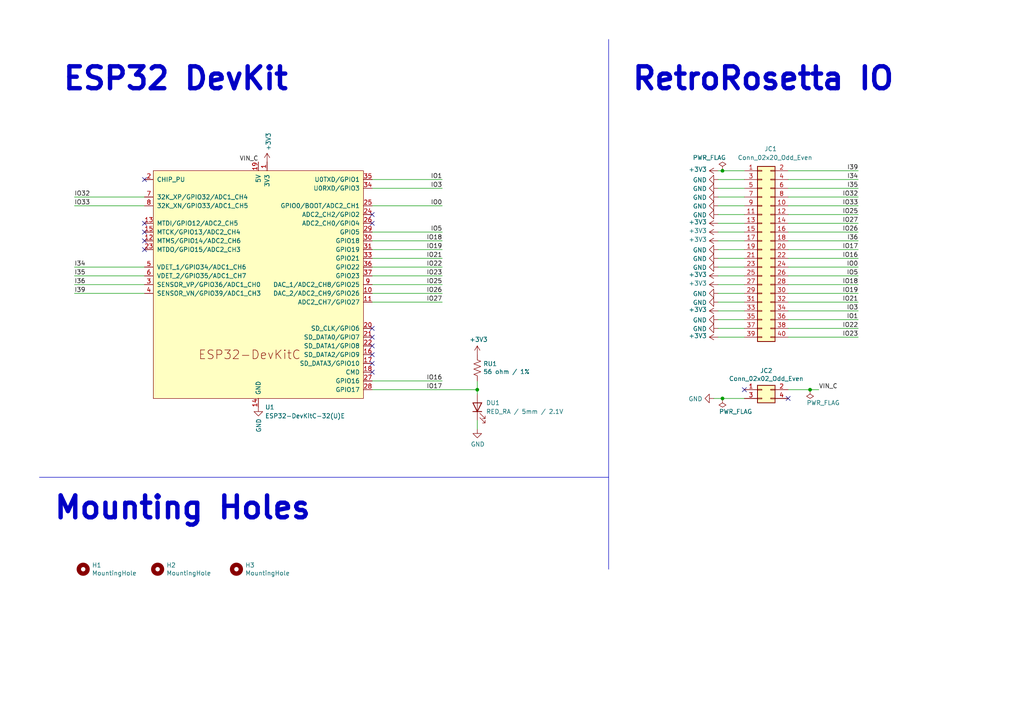
<source format=kicad_sch>
(kicad_sch (version 20230121) (generator eeschema)
  (paper "A4")
  (title_block (title "GT RetroRosetta") (date "2023-3-15") (rev "v2.0") (company "GrechTech") (comment 1 "For BlueRetro ESP32 Universal FW ©2020 Jacques Gagnon"))
  (lib_symbols
    (symbol "BlueRetro:+3V3" (power) (pin_names (offset 0))
      (property "Value" "+3V3" (at 0 3.556 0))
      (symbol "+3V3_0_1"
        (polyline (pts (xy -0.762 1.27) (xy 0 2.54)))
        (polyline (pts (xy 0 0) (xy 0 2.54)))
        (polyline (pts (xy 0 2.54) (xy 0.762 1.27)))
      )
      (symbol "+3V3_1_1"
        (pin power_in line (at 0 0 90) (length 0) hide (name "+3V3") (number "1"))
      )
    )
    (symbol "BlueRetro:GND" (power) (pin_names (offset 0))
      (property "Value" "GND" (at 0 -3.81 0))
      (symbol "GND_0_1"
        (polyline (pts (xy 0 0) (xy 0 -1.27) (xy 1.27 -1.27) (xy 0 -2.54) (xy -1.27 -1.27) (xy 0 -1.27)))
      )
      (symbol "GND_1_1"
        (pin power_in line (at 0 0 270) (length 0) hide (name "GND") (number "1"))
      )
    )
    (symbol "BlueRetro:LED" (pin_numbers hide) (pin_names (offset 1.016) hide)
      (property "Reference" "D" (at 0 2.54 0))
      (property "Value" "LED" (at 0 -2.54 0))
      (symbol "LED_0_1"
        (polyline (pts (xy -1.27 -1.27) (xy -1.27 1.27)) (stroke (width 0.254)))
        (polyline (pts (xy -1.27 0) (xy 1.27 0)))
        (polyline (pts (xy 1.27 -1.27) (xy 1.27 1.27) (xy -1.27 0) (xy 1.27 -1.27)) (stroke (width 0.254)))
        (polyline (pts (xy -3.048 -0.762) (xy -4.572 -2.286) (xy -3.81 -2.286) (xy -4.572 -2.286) (xy -4.572 -1.524)))
        (polyline (pts (xy -1.778 -0.762) (xy -3.302 -2.286) (xy -2.54 -2.286) (xy -3.302 -2.286) (xy -3.302 -1.524)))
      )
      (symbol "LED_1_1"
        (pin passive line (at -3.81 0 0) (length 2.54) (name "K") (number "1"))
        (pin passive line (at 3.81 0 180) (length 2.54) (name "A") (number "2"))
      )
    )
    (symbol "BlueRetro:MountingHole" (pin_names (offset 1.016))
      (property "Reference" "H" (at 0 5.08 0))
      (property "Value" "MountingHole" (at 0 3.175 0))
      (symbol "MountingHole_0_1"
        (circle (center 0 0) (radius 1.27) (stroke (width 1.27)))
      )
    )
    (symbol "BlueRetro:R_US" (pin_numbers hide) (pin_names (offset 0))
      (property "Reference" "R" (at 2.54 0 90))
      (property "Value" "R_US" (at -2.54 0 90))
      (symbol "R_US_0_1"
        (polyline (pts (xy 0 -2.286) (xy 0 -2.54)))
        (polyline (pts (xy 0 2.286) (xy 0 2.54)))
        (polyline (pts (xy 0 -0.762) (xy 1.016 -1.143) (xy 0 -1.524) (xy -1.016 -1.905) (xy 0 -2.286)))
        (polyline (pts (xy 0 0.762) (xy 1.016 0.381) (xy 0 0) (xy -1.016 -0.381) (xy 0 -0.762)))
        (polyline (pts (xy 0 2.286) (xy 1.016 1.905) (xy 0 1.524) (xy -1.016 1.143) (xy 0 0.762)))
      )
      (symbol "R_US_1_1"
        (pin passive line (at 0 3.81 270) (length 1.27) (name "~") (number "1"))
        (pin passive line (at 0 -3.81 90) (length 1.27) (name "~") (number "2"))
      )
    )
    (symbol "Connector_Generic:Conn_02x02_Odd_Even" (pin_names (offset 1.016) hide)
      (property "Reference" "J" (at 1.27 2.54 0))
      (property "Value" "Conn_02x02_Odd_Even" (at 1.27 -5.08 0))
      (symbol "Conn_02x02_Odd_Even_1_1"
        (rectangle (start -1.27 -2.413) (end 0 -2.667) (stroke (width 0.1524)))
        (rectangle (start -1.27 0.127) (end 0 -0.127) (stroke (width 0.1524)))
        (rectangle (start -1.27 1.27) (end 3.81 -3.81) (stroke (width 0.254)) (fill (type background)))
        (rectangle (start 3.81 -2.413) (end 2.54 -2.667) (stroke (width 0.1524)))
        (rectangle (start 3.81 0.127) (end 2.54 -0.127) (stroke (width 0.1524)))
        (pin passive line (at -5.08 0 0) (length 3.81) (name "Pin_1") (number "1"))
        (pin passive line (at 7.62 0 180) (length 3.81) (name "Pin_2") (number "2"))
        (pin passive line (at -5.08 -2.54 0) (length 3.81) (name "Pin_3") (number "3"))
        (pin passive line (at 7.62 -2.54 180) (length 3.81) (name "Pin_4") (number "4"))
      )
    )
    (symbol "Connector_Generic:Conn_02x20_Odd_Even" (pin_names (offset 1.016) hide)
      (property "Reference" "J" (at 1.27 25.4 0))
      (property "Value" "Conn_02x20_Odd_Even" (at 1.27 -27.94 0))
      (symbol "Conn_02x20_Odd_Even_1_1"
        (rectangle (start -1.27 -25.273) (end 0 -25.527) (stroke (width 0.1524)))
        (rectangle (start -1.27 -22.733) (end 0 -22.987) (stroke (width 0.1524)))
        (rectangle (start -1.27 -20.193) (end 0 -20.447) (stroke (width 0.1524)))
        (rectangle (start -1.27 -17.653) (end 0 -17.907) (stroke (width 0.1524)))
        (rectangle (start -1.27 -15.113) (end 0 -15.367) (stroke (width 0.1524)))
        (rectangle (start -1.27 -12.573) (end 0 -12.827) (stroke (width 0.1524)))
        (rectangle (start -1.27 -10.033) (end 0 -10.287) (stroke (width 0.1524)))
        (rectangle (start -1.27 -7.493) (end 0 -7.747) (stroke (width 0.1524)))
        (rectangle (start -1.27 -4.953) (end 0 -5.207) (stroke (width 0.1524)))
        (rectangle (start -1.27 -2.413) (end 0 -2.667) (stroke (width 0.1524)))
        (rectangle (start -1.27 0.127) (end 0 -0.127) (stroke (width 0.1524)))
        (rectangle (start -1.27 2.667) (end 0 2.413) (stroke (width 0.1524)))
        (rectangle (start -1.27 5.207) (end 0 4.953) (stroke (width 0.1524)))
        (rectangle (start -1.27 7.747) (end 0 7.493) (stroke (width 0.1524)))
        (rectangle (start -1.27 10.287) (end 0 10.033) (stroke (width 0.1524)))
        (rectangle (start -1.27 12.827) (end 0 12.573) (stroke (width 0.1524)))
        (rectangle (start -1.27 15.367) (end 0 15.113) (stroke (width 0.1524)))
        (rectangle (start -1.27 17.907) (end 0 17.653) (stroke (width 0.1524)))
        (rectangle (start -1.27 20.447) (end 0 20.193) (stroke (width 0.1524)))
        (rectangle (start -1.27 22.987) (end 0 22.733) (stroke (width 0.1524)))
        (rectangle (start -1.27 24.13) (end 3.81 -26.67) (stroke (width 0.254)) (fill (type background)))
        (rectangle (start 3.81 -25.273) (end 2.54 -25.527) (stroke (width 0.1524)))
        (rectangle (start 3.81 -22.733) (end 2.54 -22.987) (stroke (width 0.1524)))
        (rectangle (start 3.81 -20.193) (end 2.54 -20.447) (stroke (width 0.1524)))
        (rectangle (start 3.81 -17.653) (end 2.54 -17.907) (stroke (width 0.1524)))
        (rectangle (start 3.81 -15.113) (end 2.54 -15.367) (stroke (width 0.1524)))
        (rectangle (start 3.81 -12.573) (end 2.54 -12.827) (stroke (width 0.1524)))
        (rectangle (start 3.81 -10.033) (end 2.54 -10.287) (stroke (width 0.1524)))
        (rectangle (start 3.81 -7.493) (end 2.54 -7.747) (stroke (width 0.1524)))
        (rectangle (start 3.81 -4.953) (end 2.54 -5.207) (stroke (width 0.1524)))
        (rectangle (start 3.81 -2.413) (end 2.54 -2.667) (stroke (width 0.1524)))
        (rectangle (start 3.81 0.127) (end 2.54 -0.127) (stroke (width 0.1524)))
        (rectangle (start 3.81 2.667) (end 2.54 2.413) (stroke (width 0.1524)))
        (rectangle (start 3.81 5.207) (end 2.54 4.953) (stroke (width 0.1524)))
        (rectangle (start 3.81 7.747) (end 2.54 7.493) (stroke (width 0.1524)))
        (rectangle (start 3.81 10.287) (end 2.54 10.033) (stroke (width 0.1524)))
        (rectangle (start 3.81 12.827) (end 2.54 12.573) (stroke (width 0.1524)))
        (rectangle (start 3.81 15.367) (end 2.54 15.113) (stroke (width 0.1524)))
        (rectangle (start 3.81 17.907) (end 2.54 17.653) (stroke (width 0.1524)))
        (rectangle (start 3.81 20.447) (end 2.54 20.193) (stroke (width 0.1524)))
        (rectangle (start 3.81 22.987) (end 2.54 22.733) (stroke (width 0.1524)))
        (pin passive line (at -5.08 22.86 0) (length 3.81) (name "Pin_1") (number "1"))
        (pin passive line (at 7.62 12.7 180) (length 3.81) (name "Pin_10") (number "10"))
        (pin passive line (at -5.08 10.16 0) (length 3.81) (name "Pin_11") (number "11"))
        (pin passive line (at 7.62 10.16 180) (length 3.81) (name "Pin_12") (number "12"))
        (pin passive line (at -5.08 7.62 0) (length 3.81) (name "Pin_13") (number "13"))
        (pin passive line (at 7.62 7.62 180) (length 3.81) (name "Pin_14") (number "14"))
        (pin passive line (at -5.08 5.08 0) (length 3.81) (name "Pin_15") (number "15"))
        (pin passive line (at 7.62 5.08 180) (length 3.81) (name "Pin_16") (number "16"))
        (pin passive line (at -5.08 2.54 0) (length 3.81) (name "Pin_17") (number "17"))
        (pin passive line (at 7.62 2.54 180) (length 3.81) (name "Pin_18") (number "18"))
        (pin passive line (at -5.08 0 0) (length 3.81) (name "Pin_19") (number "19"))
        (pin passive line (at 7.62 22.86 180) (length 3.81) (name "Pin_2") (number "2"))
        (pin passive line (at 7.62 0 180) (length 3.81) (name "Pin_20") (number "20"))
        (pin passive line (at -5.08 -2.54 0) (length 3.81) (name "Pin_21") (number "21"))
        (pin passive line (at 7.62 -2.54 180) (length 3.81) (name "Pin_22") (number "22"))
        (pin passive line (at -5.08 -5.08 0) (length 3.81) (name "Pin_23") (number "23"))
        (pin passive line (at 7.62 -5.08 180) (length 3.81) (name "Pin_24") (number "24"))
        (pin passive line (at -5.08 -7.62 0) (length 3.81) (name "Pin_25") (number "25"))
        (pin passive line (at 7.62 -7.62 180) (length 3.81) (name "Pin_26") (number "26"))
        (pin passive line (at -5.08 -10.16 0) (length 3.81) (name "Pin_27") (number "27"))
        (pin passive line (at 7.62 -10.16 180) (length 3.81) (name "Pin_28") (number "28"))
        (pin passive line (at -5.08 -12.7 0) (length 3.81) (name "Pin_29") (number "29"))
        (pin passive line (at -5.08 20.32 0) (length 3.81) (name "Pin_3") (number "3"))
        (pin passive line (at 7.62 -12.7 180) (length 3.81) (name "Pin_30") (number "30"))
        (pin passive line (at -5.08 -15.24 0) (length 3.81) (name "Pin_31") (number "31"))
        (pin passive line (at 7.62 -15.24 180) (length 3.81) (name "Pin_32") (number "32"))
        (pin passive line (at -5.08 -17.78 0) (length 3.81) (name "Pin_33") (number "33"))
        (pin passive line (at 7.62 -17.78 180) (length 3.81) (name "Pin_34") (number "34"))
        (pin passive line (at -5.08 -20.32 0) (length 3.81) (name "Pin_35") (number "35"))
        (pin passive line (at 7.62 -20.32 180) (length 3.81) (name "Pin_36") (number "36"))
        (pin passive line (at -5.08 -22.86 0) (length 3.81) (name "Pin_37") (number "37"))
        (pin passive line (at 7.62 -22.86 180) (length 3.81) (name "Pin_38") (number "38"))
        (pin passive line (at -5.08 -25.4 0) (length 3.81) (name "Pin_39") (number "39"))
        (pin passive line (at 7.62 20.32 180) (length 3.81) (name "Pin_4") (number "4"))
        (pin passive line (at 7.62 -25.4 180) (length 3.81) (name "Pin_40") (number "40"))
        (pin passive line (at -5.08 17.78 0) (length 3.81) (name "Pin_5") (number "5"))
        (pin passive line (at 7.62 17.78 180) (length 3.81) (name "Pin_6") (number "6"))
        (pin passive line (at -5.08 15.24 0) (length 3.81) (name "Pin_7") (number "7"))
        (pin passive line (at 7.62 15.24 180) (length 3.81) (name "Pin_8") (number "8"))
        (pin passive line (at -5.08 12.7 0) (length 3.81) (name "Pin_9") (number "9"))
      )
    )
    (symbol "Espressif:ESP32-DevKitC" (pin_names (offset 1.016))
      (property "Reference" "U" (at -30.48 38.1 0))
      (property "Value" "ESP32-DevKitC" (at -30.48 35.56 0))
      (symbol "ESP32-DevKitC_0_0"
        (text "ESP32-DevKitC" (at -2.54 -20.32 0) (effects (font (size 2.54 2.54))))
        (pin power_in line (at 0 -35.56 90) (length 2.54) (name "GND") (number "14"))
        (pin power_in line (at 0 35.56 270) (length 2.54) (name "5V") (number "19"))
      )
      (symbol "ESP32-DevKitC_0_1"
        (rectangle (start -30.48 33.02) (end 30.48 -33.02) (fill (type background)))
      )
      (symbol "ESP32-DevKitC_1_1"
        (pin power_in line (at 2.54 35.56 270) (length 2.54) (name "3V3") (number "1"))
        (pin bidirectional line (at 33.02 -2.54 180) (length 2.54) (name "DAC_2/ADC2_CH9/GPIO26") (number "10"))
        (pin bidirectional line (at 33.02 -5.08 180) (length 2.54) (name "ADC2_CH7/GPIO27") (number "11"))
        (pin bidirectional line (at -33.02 12.7 0) (length 2.54) (name "MTMS/GPIO14/ADC2_CH6") (number "12"))
        (pin bidirectional line (at -33.02 17.78 0) (length 2.54) (name "MTDI/GPIO12/ADC2_CH5") (number "13"))
        (pin bidirectional line (at -33.02 15.24 0) (length 2.54) (name "MTCK/GPIO13/ADC2_CH4") (number "15"))
        (pin bidirectional line (at 33.02 -20.32 180) (length 2.54) (name "SD_DATA2/GPIO9") (number "16"))
        (pin bidirectional line (at 33.02 -22.86 180) (length 2.54) (name "SD_DATA3/GPIO10") (number "17"))
        (pin bidirectional line (at 33.02 -25.4 180) (length 2.54) (name "CMD") (number "18"))
        (pin input line (at -33.02 30.48 0) (length 2.54) (name "CHIP_PU") (number "2"))
        (pin bidirectional line (at 33.02 -12.7 180) (length 2.54) (name "SD_CLK/GPIO6") (number "20"))
        (pin bidirectional line (at 33.02 -15.24 180) (length 2.54) (name "SD_DATA0/GPIO7") (number "21"))
        (pin bidirectional line (at 33.02 -17.78 180) (length 2.54) (name "SD_DATA1/GPIO8") (number "22"))
        (pin bidirectional line (at -33.02 10.16 0) (length 2.54) (name "MTDO/GPIO15/ADC2_CH3") (number "23"))
        (pin bidirectional line (at 33.02 20.32 180) (length 2.54) (name "ADC2_CH2/GPIO2") (number "24"))
        (pin bidirectional line (at 33.02 22.86 180) (length 2.54) (name "GPIO0/BOOT/ADC2_CH1") (number "25"))
        (pin bidirectional line (at 33.02 17.78 180) (length 2.54) (name "ADC2_CH0/GPIO4") (number "26"))
        (pin bidirectional line (at 33.02 -27.94 180) (length 2.54) (name "GPIO16") (number "27"))
        (pin bidirectional line (at 33.02 -30.48 180) (length 2.54) (name "GPIO17") (number "28"))
        (pin bidirectional line (at 33.02 15.24 180) (length 2.54) (name "GPIO5") (number "29"))
        (pin input line (at -33.02 0 0) (length 2.54) (name "SENSOR_VP/GPIO36/ADC1_CH0") (number "3"))
        (pin bidirectional line (at 33.02 12.7 180) (length 2.54) (name "GPIO18") (number "30"))
        (pin bidirectional line (at 33.02 10.16 180) (length 2.54) (name "GPIO19") (number "31"))
        (pin passive line (at 0 -35.56 90) (length 2.54) hide (name "GND") (number "32"))
        (pin bidirectional line (at 33.02 7.62 180) (length 2.54) (name "GPIO21") (number "33"))
        (pin bidirectional line (at 33.02 27.94 180) (length 2.54) (name "U0RXD/GPIO3") (number "34"))
        (pin bidirectional line (at 33.02 30.48 180) (length 2.54) (name "U0TXD/GPIO1") (number "35"))
        (pin bidirectional line (at 33.02 5.08 180) (length 2.54) (name "GPIO22") (number "36"))
        (pin bidirectional line (at 33.02 2.54 180) (length 2.54) (name "GPIO23") (number "37"))
        (pin passive line (at 0 -35.56 90) (length 2.54) hide (name "GND") (number "38"))
        (pin input line (at -33.02 -2.54 0) (length 2.54) (name "SENSOR_VN/GPIO39/ADC1_CH3") (number "4"))
        (pin input line (at -33.02 5.08 0) (length 2.54) (name "VDET_1/GPIO34/ADC1_CH6") (number "5"))
        (pin input line (at -33.02 2.54 0) (length 2.54) (name "VDET_2/GPIO35/ADC1_CH7") (number "6"))
        (pin bidirectional line (at -33.02 25.4 0) (length 2.54) (name "32K_XP/GPIO32/ADC1_CH4") (number "7"))
        (pin bidirectional line (at -33.02 22.86 0) (length 2.54) (name "32K_XN/GPIO33/ADC1_CH5") (number "8"))
        (pin bidirectional line (at 33.02 0 180) (length 2.54) (name "DAC_1/ADC2_CH8/GPIO25") (number "9"))
      )
    )
    (symbol "power:PWR_FLAG" (power) (pin_numbers hide) (pin_names (offset 0) hide)
      (property "Value" "PWR_FLAG" (at 0 3.81 0))
      (symbol "PWR_FLAG_0_0"
        (pin power_out line (at 0 0 90) (length 0) (name "pwr") (number "1"))
      )
      (symbol "PWR_FLAG_0_1"
        (polyline (pts (xy 0 0) (xy 0 1.27) (xy -1.016 1.905) (xy 0 2.54) (xy 1.016 1.905) (xy 0 1.27)))
      )
    )
  )
  (junction (at 234.95 113.03))
  (junction (at 209.55 115.57))
  (junction (at 138.43 113.03))
  (junction (at 209.55 49.53))
  (no_connect (at 107.95 64.77))
  (no_connect (at 41.91 64.77))
  (no_connect (at 215.9 113.03))
  (no_connect (at 228.6 115.57))
  (no_connect (at 41.91 67.31))
  (no_connect (at 107.95 105.41))
  (no_connect (at 107.95 102.87))
  (no_connect (at 41.91 69.85))
  (no_connect (at 107.95 100.33))
  (no_connect (at 41.91 72.39))
  (no_connect (at 41.91 52.07))
  (no_connect (at 107.95 97.79))
  (no_connect (at 107.95 62.23))
  (no_connect (at 107.95 95.25))
  (no_connect (at 107.95 107.95))
  (wire (pts (xy 41.91 59.69) (xy 21.59 59.69)))
  (wire (pts (xy 41.91 82.55) (xy 21.59 82.55)))
  (wire (pts (xy 228.6 57.15) (xy 248.92 57.15)))
  (wire (pts (xy 228.6 77.47) (xy 248.92 77.47)))
  (wire (pts (xy 215.9 52.07) (xy 208.28 52.07)))
  (wire (pts (xy 215.9 59.69) (xy 208.28 59.69)))
  (wire (pts (xy 107.95 74.93) (xy 128.27 74.93)))
  (wire (pts (xy 107.95 52.07) (xy 128.27 52.07)))
  (wire (pts (xy 107.95 67.31) (xy 128.27 67.31)))
  (wire (pts (xy 107.95 77.47) (xy 128.27 77.47)))
  (wire (pts (xy 228.6 59.69) (xy 248.92 59.69)))
  (wire (pts (xy 208.28 77.47) (xy 215.9 77.47)))
  (polyline (pts (xy 176.53 11.43) (xy 176.53 165.1)))
  (wire (pts (xy 107.95 80.01) (xy 128.27 80.01)))
  (wire (pts (xy 228.6 67.31) (xy 248.92 67.31)))
  (wire (pts (xy 208.28 74.93) (xy 215.9 74.93)))
  (wire (pts (xy 107.95 87.63) (xy 128.27 87.63)))
  (wire (pts (xy 228.6 54.61) (xy 248.92 54.61)))
  (wire (pts (xy 208.28 72.39) (xy 215.9 72.39)))
  (wire (pts (xy 228.6 85.09) (xy 248.92 85.09)))
  (wire (pts (xy 228.6 62.23) (xy 248.92 62.23)))
  (wire (pts (xy 107.95 59.69) (xy 128.27 59.69)))
  (wire (pts (xy 228.6 97.79) (xy 248.92 97.79)))
  (wire (pts (xy 208.28 82.55) (xy 215.9 82.55)))
  (wire (pts (xy 107.95 69.85) (xy 128.27 69.85)))
  (wire (pts (xy 107.95 72.39) (xy 128.27 72.39)))
  (wire (pts (xy 208.28 57.15) (xy 215.9 57.15)))
  (wire (pts (xy 208.28 80.01) (xy 215.9 80.01)))
  (wire (pts (xy 208.28 64.77) (xy 215.9 64.77)))
  (wire (pts (xy 215.9 90.17) (xy 208.28 90.17)))
  (wire (pts (xy 228.6 113.03) (xy 234.95 113.03)))
  (wire (pts (xy 107.95 110.49) (xy 128.27 110.49)))
  (bus (pts (xy -250.19 -156.21) (xy -248.92 -156.21)))
  (wire (pts (xy 107.95 54.61) (xy 128.27 54.61)))
  (wire (pts (xy 215.9 95.25) (xy 208.28 95.25)))
  (wire (pts (xy 41.91 57.15) (xy 21.59 57.15)))
  (wire (pts (xy 215.9 115.57) (xy 209.55 115.57)))
  (wire (pts (xy 209.55 49.53) (xy 215.9 49.53)))
  (wire (pts (xy 138.43 113.03) (xy 138.43 110.49)))
  (wire (pts (xy 215.9 69.85) (xy 208.28 69.85)))
  (wire (pts (xy 208.28 87.63) (xy 215.9 87.63)))
  (wire (pts (xy 41.91 80.01) (xy 21.59 80.01)))
  (wire (pts (xy 208.28 92.71) (xy 215.9 92.71)))
  (wire (pts (xy 209.55 115.57) (xy 207.01 115.57)))
  (wire (pts (xy 138.43 114.3) (xy 138.43 113.03)))
  (wire (pts (xy 228.6 72.39) (xy 248.92 72.39)))
  (wire (pts (xy 228.6 95.25) (xy 248.92 95.25)))
  (wire (pts (xy 107.95 82.55) (xy 128.27 82.55)))
  (wire (pts (xy 138.43 124.46) (xy 138.43 121.92)))
  (wire (pts (xy 208.28 97.79) (xy 215.9 97.79)))
  (wire (pts (xy 41.91 85.09) (xy 21.59 85.09)))
  (wire (pts (xy 228.6 64.77) (xy 248.92 64.77)))
  (wire (pts (xy 228.6 69.85) (xy 248.92 69.85)))
  (wire (pts (xy 107.95 113.03) (xy 138.43 113.03)))
  (wire (pts (xy 208.28 85.09) (xy 215.9 85.09)))
  (wire (pts (xy 208.28 67.31) (xy 215.9 67.31)))
  (wire (pts (xy 228.6 90.17) (xy 248.92 90.17)))
  (wire (pts (xy 208.28 49.53) (xy 209.55 49.53)))
  (wire (pts (xy 208.28 62.23) (xy 215.9 62.23)))
  (wire (pts (xy 228.6 52.07) (xy 248.92 52.07)))
  (wire (pts (xy 228.6 74.93) (xy 248.92 74.93)))
  (wire (pts (xy 234.95 113.03) (xy 237.49 113.03)))
  (wire (pts (xy 41.91 77.47) (xy 21.59 77.47)))
  (wire (pts (xy 228.6 80.01) (xy 248.92 80.01)))
  (wire (pts (xy 228.6 87.63) (xy 248.92 87.63)))
  (wire (pts (xy 228.6 82.55) (xy 248.92 82.55)))
  (wire (pts (xy 228.6 92.71) (xy 248.92 92.71)))
  (wire (pts (xy 228.6 49.53) (xy 248.92 49.53)))
  (wire (pts (xy 208.28 54.61) (xy 215.9 54.61)))
  (polyline (pts (xy 11.43 138.43) (xy 176.53 138.43)))
  (wire (pts (xy 107.95 85.09) (xy 128.27 85.09)))
  (text "Mounting Holes" (at 15.24 151.13 0) (effects (font (size 6.35 6.35) (thickness 1.27) bold) (justify left bottom)))
  (text "ESP32 DevKit" (at 17.78 26.67 0) (effects (font (size 6.35 6.35) (thickness 1.27) bold) (justify left bottom)))
  (text "RetroRosetta IO" (at 182.88 26.67 0) (effects (font (size 6.35 6.35) (thickness 1.27) bold) (justify left bottom)))
  (label "I36" (at 21.59 82.55 0))
  (label "IO16" (at 248.92 74.93 180))
  (label "IO23" (at 248.92 97.79 180))
  (label "VIN_C" (at 74.93 46.99 180))
  (label "IO19" (at 248.92 85.09 180))
  (label "IO16" (at 128.27 110.49 180))
  (label "IO0" (at 248.92 77.47 180))
  (label "IO22" (at 128.27 77.47 180))
  (label "IO18" (at 128.27 69.85 180))
  (label "I36" (at 248.92 69.85 180))
  (label "VIN_C" (at 237.49 113.03 0))
  (label "IO27" (at 128.27 87.63 180))
  (label "IO21" (at 128.27 74.93 180))
  (label "IO33" (at 21.59 59.69 0))
  (label "IO25" (at 248.92 62.23 180))
  (label "IO0" (at 128.27 59.69 180))
  (label "IO32" (at 248.92 57.15 180))
  (label "IO21" (at 248.92 87.63 180))
  (label "IO27" (at 248.92 64.77 180))
  (label "I35" (at 21.59 80.01 0))
  (label "IO1" (at 248.92 92.71 180))
  (label "IO3" (at 128.27 54.61 180))
  (label "IO33" (at 248.92 59.69 180))
  (label "IO19" (at 128.27 72.39 180))
  (label "IO26" (at 248.92 67.31 180))
  (label "IO5" (at 248.92 80.01 180))
  (label "I39" (at 21.59 85.09 0))
  (label "I35" (at 248.92 54.61 180))
  (label "IO3" (at 248.92 90.17 180))
  (label "IO22" (at 248.92 95.25 180))
  (label "IO26" (at 128.27 85.09 180))
  (label "IO25" (at 128.27 82.55 180))
  (label "I34" (at 248.92 52.07 180))
  (label "IO23" (at 128.27 80.01 180))
  (label "IO18" (at 248.92 82.55 180))
  (label "IO1" (at 128.27 52.07 180))
  (label "IO17" (at 128.27 113.03 180))
  (label "IO5" (at 128.27 67.31 180))
  (label "IO32" (at 21.59 57.15 0))
  (label "IO17" (at 248.92 72.39 180))
  (label "I34" (at 21.59 77.47 0))
  (label "I39" (at 248.92 49.53 180))
  (symbol (lib_id "BlueRetro:MountingHole") (at 45.72 165.1 0) (unit 1)
    (property "Reference" "H2" (at 48.26 163.9316 0) (effects (justify left)))
    (property "Value" "MountingHole" (at 48.26 166.243 0) (effects (justify left)))
    (property "Footprint" "MountingHole:MountingHole_2.2mm_M2" (effects hide))
    (property "DigiKey Part Number" "DNP" (effects hide))
    (property "Manufacturer_Part_Number" "DNP" (effects hide))
  )
  (symbol (lib_id "BlueRetro:+3V3") (at 138.43 102.87 0) (unit 1)
    (property "Reference" "#PWR0103" (effects hide))
    (property "Value" "+3V3" (at 138.811 98.4758 0))
  )
  (symbol (lib_id "BlueRetro:LED") (at 138.43 118.11 90) (unit 1)
    (property "Reference" "DU1" (at 140.97 116.84 90) (effects (justify right)))
    (property "Value" "RED_RA / 5mm / 2.1V" (at 140.97 119.38 90) (effects (justify right)))
    (property "Footprint" "LED_THT:LED_D5.0mm" (effects hide))
    (property "Datasheet" "https://assets.cree-led.com/a/ds/h/HB-C503B-RAS-RAN-AAS-AAN-RBS-RBN-ABS-ABN-RCS-RCN-ACS-ACN.pdf" (effects hide))
    (property "DigiKey Part Number" "C503B-RAN-CZ0C0AA2CT-ND" (effects hide))
    (property "Manufacturer_Part_Number" "C503B-RAN-CZ0C0AA2" (effects hide))
  )
  (symbol (lib_id "BlueRetro:GND") (at 138.43 124.46 0) (unit 1)
    (property "Reference" "#PWR0104" (effects hide))
    (property "Value" "GND" (at 138.557 128.8542 0))
  )
  (symbol (lib_id "Connector_Generic:Conn_02x02_Odd_Even") (at 220.98 113.03 0) (unit 1)
    (property "Reference" "JC2" (at 222.25 107.5182 0))
    (property "Value" "Conn_02x02_Odd_Even" (at 222.25 109.8296 0))
    (property "Footprint" "Connector_PinHeader_2.54mm:PinHeader_2x02_P2.54mm_Vertical" (effects hide))
    (property "Manufacturer_Part_Number" "Male 2.54mm pin header 2x2" (effects hide))
    (property "DigiKey Part Number" "Male 2.54mm pin header 2x2" (effects hide))
  )
  (symbol (lib_id "BlueRetro:GND") (at 207.01 115.57 270) (unit 1)
    (property "Reference" "#PWR0122" (effects hide))
    (property "Value" "GND" (at 203.7588 115.697 90) (effects (justify right)))
  )
  (symbol (lib_id "BlueRetro:+3V3") (at 208.28 49.53 90) (unit 1)
    (property "Reference" "#PWR0119" (effects hide))
    (property "Value" "+3V3" (at 205.0288 49.149 90) (effects (justify left)))
  )
  (symbol (lib_id "power:PWR_FLAG") (at 209.55 115.57 180) (unit 1)
    (property "Reference" "#FLG0102" (effects hide))
    (property "Value" "PWR_FLAG" (at 213.36 119.38 0))
  )
  (symbol (lib_id "power:PWR_FLAG") (at 234.95 113.03 180) (unit 1)
    (property "Reference" "#FLG0103" (effects hide))
    (property "Value" "PWR_FLAG" (at 238.76 116.84 0))
  )
  (symbol (lib_id "BlueRetro:GND") (at 208.28 72.39 270) (unit 1)
    (property "Reference" "#PWR0123" (effects hide))
    (property "Value" "GND" (at 205.0288 72.517 90) (effects (justify right)))
  )
  (symbol (lib_id "BlueRetro:GND") (at 208.28 77.47 270) (unit 1)
    (property "Reference" "#PWR0124" (effects hide))
    (property "Value" "GND" (at 205.0288 77.597 90) (effects (justify right)))
  )
  (symbol (lib_id "BlueRetro:GND") (at 208.28 74.93 270) (unit 1)
    (property "Reference" "#PWR0125" (effects hide))
    (property "Value" "GND" (at 205.0288 75.057 90) (effects (justify right)))
  )
  (symbol (lib_id "BlueRetro:GND") (at 208.28 92.71 270) (unit 1)
    (property "Reference" "#PWR0101" (effects hide))
    (property "Value" "GND" (at 205.0288 92.837 90) (effects (justify right)))
  )
  (symbol (lib_id "BlueRetro:GND") (at 208.28 85.09 270) (unit 1)
    (property "Reference" "#PWR0105" (effects hide))
    (property "Value" "GND" (at 205.0288 85.217 90) (effects (justify right)))
  )
  (symbol (lib_id "BlueRetro:MountingHole") (at 24.13 165.1 0) (unit 1)
    (property "Reference" "H1" (at 26.67 163.9316 0) (effects (justify left)))
    (property "Value" "MountingHole" (at 26.67 166.243 0) (effects (justify left)))
    (property "Footprint" "MountingHole:MountingHole_2.2mm_M2" (effects hide))
    (property "DigiKey Part Number" "DNP" (effects hide))
    (property "Manufacturer_Part_Number" "DNP" (effects hide))
  )
  (symbol (lib_id "BlueRetro:R_US") (at 138.43 106.68 0) (unit 1)
    (property "Reference" "RU1" (at 140.1572 105.5116 0) (effects (justify left)))
    (property "Value" "56 ohm / 1% " (at 140.1572 107.823 0) (effects (justify left)))
    (property "Footprint" "Resistor_THT:R_Axial_DIN0204_L3.6mm_D1.6mm_P7.62mm_Horizontal" (effects hide))
    (property "Datasheet" "https://www.yageo.com/upload/media/product/productsearch/datasheet/lr/YAGEO%20MFR_datasheet_2021v1.pdf" (effects hide))
    (property "DigiKey Part Number" "13-MFR-25FTE52-56RCT-ND" (effects hide))
    (property "Manufacturer_Part_Number" "MFR-25FTE52-56R" (effects hide))
  )
  (symbol (lib_id "Connector_Generic:Conn_02x20_Odd_Even") (at 220.98 72.39 0) (unit 1)
    (property "Reference" "JC1" (at 223.52 43.18 0))
    (property "Value" "Conn_02x20_Odd_Even" (at 224.79 45.72 0))
    (property "Footprint" "Connector_PinHeader_2.54mm:PinHeader_2x20_P2.54mm_Vertical" (effects hide))
    (property "Manufacturer_Part_Number" "Male 2.54mm pin header 2x20" (effects hide))
    (property "DigiKey Part Number" "Male 2.54mm pin header 2x20" (effects hide))
  )
  (symbol (lib_id "BlueRetro:GND") (at 208.28 87.63 270) (unit 1)
    (property "Reference" "#PWR0106" (effects hide))
    (property "Value" "GND" (at 205.0288 87.757 90) (effects (justify right)))
  )
  (symbol (lib_id "BlueRetro:GND") (at 208.28 95.25 270) (unit 1)
    (property "Reference" "#PWR0107" (effects hide))
    (property "Value" "GND" (at 205.0288 95.377 90) (effects (justify right)))
  )
  (symbol (lib_id "BlueRetro:GND") (at 208.28 57.15 270) (unit 1)
    (property "Reference" "#PWR0110" (effects hide))
    (property "Value" "GND" (at 205.0288 57.277 90) (effects (justify right)))
  )
  (symbol (lib_id "BlueRetro:+3V3") (at 208.28 97.79 90) (unit 1)
    (property "Reference" "#PWR0116" (effects hide))
    (property "Value" "+3V3" (at 205.0288 97.409 90) (effects (justify left)))
  )
  (symbol (lib_id "BlueRetro:+3V3") (at 208.28 90.17 90) (unit 1)
    (property "Reference" "#PWR0117" (effects hide))
    (property "Value" "+3V3" (at 205.0288 89.789 90) (effects (justify left)))
  )
  (symbol (lib_id "BlueRetro:+3V3") (at 208.28 69.85 90) (unit 1)
    (property "Reference" "#PWR0118" (effects hide))
    (property "Value" "+3V3" (at 205.0288 69.469 90) (effects (justify left)))
  )
  (symbol (lib_id "BlueRetro:+3V3") (at 208.28 82.55 90) (unit 1)
    (property "Reference" "#PWR0120" (effects hide))
    (property "Value" "+3V3" (at 205.0288 82.169 90) (effects (justify left)))
  )
  (symbol (lib_id "BlueRetro:GND") (at 208.28 52.07 270) (unit 1)
    (property "Reference" "#PWR0108" (effects hide))
    (property "Value" "GND" (at 205.0288 52.197 90) (effects (justify right)))
  )
  (symbol (lib_id "BlueRetro:GND") (at 208.28 59.69 270) (unit 1)
    (property "Reference" "#PWR0109" (effects hide))
    (property "Value" "GND" (at 205.0288 59.817 90) (effects (justify right)))
  )
  (symbol (lib_id "BlueRetro:+3V3") (at 208.28 80.01 90) (unit 1)
    (property "Reference" "#PWR0111" (effects hide))
    (property "Value" "+3V3" (at 205.0288 79.629 90) (effects (justify left)))
  )
  (symbol (lib_id "BlueRetro:+3V3") (at 208.28 67.31 90) (unit 1)
    (property "Reference" "#PWR0112" (effects hide))
    (property "Value" "+3V3" (at 205.0288 66.929 90) (effects (justify left)))
  )
  (symbol (lib_id "BlueRetro:+3V3") (at 208.28 64.77 90) (unit 1)
    (property "Reference" "#PWR0113" (effects hide))
    (property "Value" "+3V3" (at 205.0288 64.389 90) (effects (justify left)))
  )
  (symbol (lib_id "BlueRetro:GND") (at 208.28 62.23 270) (unit 1)
    (property "Reference" "#PWR0114" (effects hide))
    (property "Value" "GND" (at 205.0288 62.357 90) (effects (justify right)))
  )
  (symbol (lib_id "BlueRetro:GND") (at 208.28 54.61 270) (unit 1)
    (property "Reference" "#PWR0115" (effects hide))
    (property "Value" "GND" (at 205.0288 54.737 90) (effects (justify right)))
  )
  (symbol (lib_id "BlueRetro:MountingHole") (at 68.58 165.1 0) (unit 1)
    (property "Reference" "H3" (at 71.12 163.9316 0) (effects (justify left)))
    (property "Value" "MountingHole" (at 71.12 166.243 0) (effects (justify left)))
    (property "Footprint" "MountingHole:MountingHole_2.2mm_M2" (effects hide))
    (property "DigiKey Part Number" "DNP" (effects hide))
    (property "Manufacturer_Part_Number" "DNP" (effects hide))
  )
  (symbol (lib_id "power:PWR_FLAG") (at 209.55 49.53 0) (unit 1)
    (property "Reference" "#FLG0101" (effects hide))
    (property "Value" "PWR_FLAG" (at 205.74 45.72 0))
  )
  (symbol (lib_id "BlueRetro:+3V3") (at 77.47 46.99 0) (unit 1)
    (property "Reference" "#PWR02" (effects hide))
    (property "Value" "+3V3" (at 77.851 43.7388 90) (effects (justify left)))
  )
  (symbol (lib_id "Espressif:ESP32-DevKitC") (at 74.93 82.55 0) (unit 1)
    (property "Reference" "U1" (at 76.8859 118.11 0) (effects (justify left)))
    (property "Value" "ESP32-DevKitC-32(U)E" (at 76.8859 120.65 0) (effects (justify left)))
    (property "Footprint" "Espressif:ESP32-DevKitC" (effects hide))
    (property "Datasheet" "https://docs.espressif.com/projects/esp-idf/zh_CN/latest/esp32/hw-reference/esp32/get-started-devkitc.html" (effects hide))
    (property "DigiKey Part Number" "1965-ESP32-DEVKITC-32E-ND" (effects hide))
    (property "Manufacturer_Part_Number" "ESP32-DEVKITC-32E" (effects hide))
  )
  (symbol (lib_id "BlueRetro:GND") (at 74.93 118.11 0) (unit 1)
    (property "Reference" "#PWR01" (effects hide))
    (property "Value" "GND" (at 75.057 121.3612 90) (effects (justify right)))
  )
)
</source>
